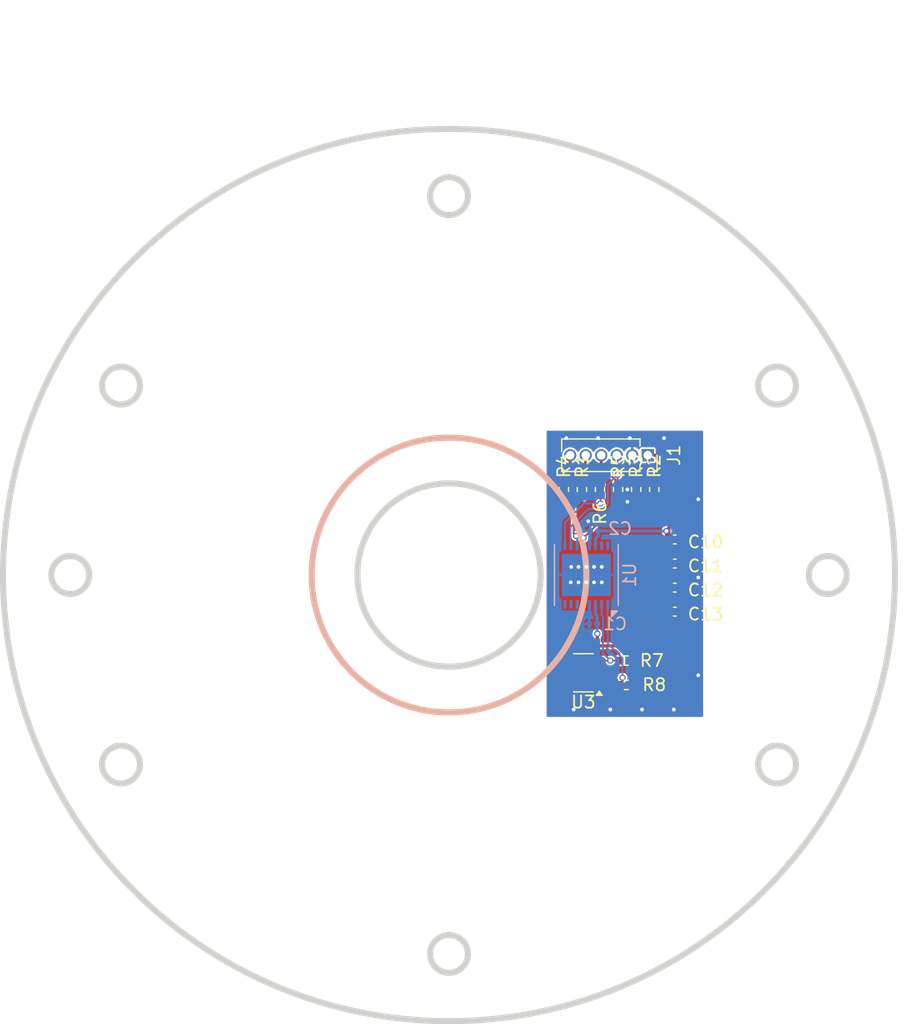
<source format=kicad_pcb>
(kicad_pcb (version 20240108) (generator "pcbnew") (generator_version "8.0")
  (layers (0 "F.Cu" signal) (31 "B.Cu" signal) (34 "B.Paste" user) (35 "F.Paste" user) (36 "B.SilkS" user "B.Silkscreen") (37 "F.SilkS" user "F.Silkscreen") (38 "B.Mask" user) (39 "F.Mask" user) (44 "Edge.Cuts" user))
  (net 0 "")
  (net 1 "+5V")
  (net 2 "GND")
  (net 3 "/SPI_MOSI")
  (net 4 "/SPI_CS")
  (net 5 "/SPI_SCK")
  (net 6 "/SPI_MISO")
  (net 7 "/SPI_MISO_1")
  (net 8 "/SDA")
  (net 9 "/SCL")
  (footprint "Capacitor_SMD:C_0402_1005Metric" (layer "F.Cu") (at 18.48 3)
    (property "Reference" "C13" (at 2.52 0.2 0) (layer "F.SilkS"))
    (property "Value" "4.7uF/10v")
    (fp_line (start -0.107836 -0.36) (end 0.107836 -0.36) (stroke (width 0.12)) (layer "F.SilkS"))
    (fp_line (start -0.107836 0.36) (end 0.107836 0.36) (stroke (width 0.12)) (layer "F.SilkS"))
    (pad "1" smd roundrect (at -0.48 0) (size 0.56 0.62) (layers "F.Cu" "F.Paste" "F.Mask") (net 1 "+5V"))
    (pad "2" smd roundrect (at 0.48 0) (size 0.56 0.62) (layers "F.Cu" "F.Paste" "F.Mask") (net 2 "GND"))
  )
  (footprint "Resistor_SMD:R_0402_1005Metric" (layer "F.Cu") (at 14.51 8.99 180)
    (property "Reference" "R8" (at -2.29 0.01 180) (layer "F.SilkS"))
    (property "Value" "2k")
    (fp_line (start -0.153641 0.38) (end 0.153641 0.38) (stroke (width 0.12)) (layer "F.SilkS"))
    (fp_line (start -0.153641 -0.38) (end 0.153641 -0.38) (stroke (width 0.12)) (layer "F.SilkS"))
    (pad "1" smd roundrect (at -0.51 0 180) (size 0.54 0.64) (layers "F.Cu" "F.Paste" "F.Mask") (net 1 "+5V"))
    (pad "2" smd roundrect (at 0.51 0 180) (size 0.54 0.64) (layers "F.Cu" "F.Paste" "F.Mask") (net 9 "/SCL"))
  )
  (footprint "Resistor_SMD:R_0402_1005Metric" (layer "F.Cu") (at 16.8 -7 -90)
    (property "Reference" "R2" (at -1.91 0 90) (layer "F.SilkS"))
    (property "Value" "10k")
    (fp_line (start -0.153641 0.38) (end 0.153641 0.38) (stroke (width 0.12)) (layer "F.SilkS"))
    (fp_line (start -0.153641 -0.38) (end 0.153641 -0.38) (stroke (width 0.12)) (layer "F.SilkS"))
    (pad "1" smd roundrect (at -0.51 0 270) (size 0.54 0.64) (layers "F.Cu" "F.Paste" "F.Mask") (net 1 "+5V"))
    (pad "2" smd roundrect (at 0.51 0 270) (size 0.54 0.64) (layers "F.Cu" "F.Paste" "F.Mask") (net 4 "/SPI_CS"))
  )
  (footprint "Package_TO_SOT_SMD:SOT-23-5" (layer "F.Cu") (at 11 8 180)
    (property "Reference" "U3" (at 0 -2.4 180) (layer "F.SilkS"))
    (property "Value" "24AA02-OT")
    (fp_line (start 0 1.56) (end 0.8 1.56) (stroke (width 0.12)) (layer "F.SilkS"))
    (fp_line (start 0 1.56) (end -0.8 1.56) (stroke (width 0.12)) (layer "F.SilkS"))
    (fp_line (start 0 -1.56) (end 0.8 -1.56) (stroke (width 0.12)) (layer "F.SilkS"))
    (fp_line (start 0 -1.56) (end -0.8 -1.56) (stroke (width 0.12)) (layer "F.SilkS"))
    (fp_poly (pts (xy -1.3 -1.51) (xy -1.54 -1.84) (xy -1.06 -1.84) (xy -1.3 -1.51)) (stroke (width 0.12)) (fill solid) (layer "F.SilkS"))
    (pad "1" smd roundrect (at -1.1375 -0.95 180) (size 1.325 0.6) (layers "F.Cu" "F.Paste" "F.Mask") (net 9 "/SCL"))
    (pad "2" smd roundrect (at -1.1375 0 180) (size 1.325 0.6) (layers "F.Cu" "F.Paste" "F.Mask") (net 2 "GND"))
    (pad "3" smd roundrect (at -1.1375 0.95 180) (size 1.325 0.6) (layers "F.Cu" "F.Paste" "F.Mask") (net 8 "/SDA"))
    (pad "4" smd roundrect (at 1.1375 0.95 180) (size 1.325 0.6) (layers "F.Cu" "F.Paste" "F.Mask") (net 1 "+5V"))
    (pad "5" smd roundrect (at 1.1375 -0.95 180) (size 1.325 0.6) (layers "F.Cu" "F.Paste" "F.Mask") (net 2 "GND"))
  )
  (footprint "Capacitor_SMD:C_0402_1005Metric" (layer "F.Cu") (at 18.48 -2.91)
    (property "Reference" "C10" (at 2.52 0.2 0) (layer "F.SilkS"))
    (property "Value" "4.7uF/10v")
    (fp_line (start -0.107836 -0.36) (end 0.107836 -0.36) (stroke (width 0.12)) (layer "F.SilkS"))
    (fp_line (start -0.107836 0.36) (end 0.107836 0.36) (stroke (width 0.12)) (layer "F.SilkS"))
    (pad "1" smd roundrect (at -0.48 0) (size 0.56 0.62) (layers "F.Cu" "F.Paste" "F.Mask") (net 1 "+5V"))
    (pad "2" smd roundrect (at 0.48 0) (size 0.56 0.62) (layers "F.Cu" "F.Paste" "F.Mask") (net 2 "GND"))
  )
  (footprint "Resistor_SMD:R_0402_1005Metric" (layer "F.Cu") (at 10.88 -7 -90)
    (property "Reference" "R1" (at -1.91 0 90) (layer "F.SilkS"))
    (property "Value" "5K")
    (fp_line (start -0.153641 0.38) (end 0.153641 0.38) (stroke (width 0.12)) (layer "F.SilkS"))
    (fp_line (start -0.153641 -0.38) (end 0.153641 -0.38) (stroke (width 0.12)) (layer "F.SilkS"))
    (pad "1" smd roundrect (at -0.51 0 270) (size 0.54 0.64) (layers "F.Cu" "F.Paste" "F.Mask") (net 6 "/SPI_MISO"))
    (pad "2" smd roundrect (at 0.51 0 270) (size 0.54 0.64) (layers "F.Cu" "F.Paste" "F.Mask") (net 2 "GND"))
  )
  (footprint "Capacitor_SMD:C_0402_1005Metric" (layer "F.Cu") (at 18.48 1.03)
    (property "Reference" "C12" (at 2.52 0.2 0) (layer "F.SilkS"))
    (property "Value" "4.7uF/10v")
    (fp_line (start -0.107836 -0.36) (end 0.107836 -0.36) (stroke (width 0.12)) (layer "F.SilkS"))
    (fp_line (start -0.107836 0.36) (end 0.107836 0.36) (stroke (width 0.12)) (layer "F.SilkS"))
    (pad "1" smd roundrect (at -0.48 0) (size 0.56 0.62) (layers "F.Cu" "F.Paste" "F.Mask") (net 1 "+5V"))
    (pad "2" smd roundrect (at 0.48 0) (size 0.56 0.62) (layers "F.Cu" "F.Paste" "F.Mask") (net 2 "GND"))
  )
  (footprint "Resistor_SMD:R_0402_1005Metric" (layer "F.Cu") (at 12.36 -7 90)
    (property "Reference" "R6" (at -1.91 0 -90) (layer "F.SilkS"))
    (property "Value" "2.49k")
    (fp_line (start -0.153641 -0.38) (end 0.153641 -0.38) (stroke (width 0.12)) (layer "F.SilkS"))
    (fp_line (start -0.153641 0.38) (end 0.153641 0.38) (stroke (width 0.12)) (layer "F.SilkS"))
    (pad "1" smd roundrect (at -0.51 0 90) (size 0.54 0.64) (layers "F.Cu" "F.Paste" "F.Mask") (net 7 "/SPI_MISO_1"))
    (pad "2" smd roundrect (at 0.51 0 90) (size 0.54 0.64) (layers "F.Cu" "F.Paste" "F.Mask") (net 6 "/SPI_MISO"))
  )
  (footprint "Resistor_SMD:R_0402_1005Metric" (layer "F.Cu") (at 13.84 -7 -90)
    (property "Reference" "R5" (at -1.91 0 90) (layer "F.SilkS"))
    (property "Value" "10k")
    (fp_line (start -0.153641 0.38) (end 0.153641 0.38) (stroke (width 0.12)) (layer "F.SilkS"))
    (fp_line (start -0.153641 -0.38) (end 0.153641 -0.38) (stroke (width 0.12)) (layer "F.SilkS"))
    (pad "1" smd roundrect (at -0.51 0 270) (size 0.54 0.64) (layers "F.Cu" "F.Paste" "F.Mask") (net 3 "/SPI_MOSI"))
    (pad "2" smd roundrect (at 0.51 0 270) (size 0.54 0.64) (layers "F.Cu" "F.Paste" "F.Mask") (net 2 "GND"))
  )
  (footprint "Capacitor_SMD:C_0402_1005Metric" (layer "F.Cu") (at 18.48 -0.94)
    (property "Reference" "C11" (at 2.52 0.2 0) (layer "F.SilkS"))
    (property "Value" "4.7uF/10v")
    (fp_line (start -0.107836 -0.36) (end 0.107836 -0.36) (stroke (width 0.12)) (layer "F.SilkS"))
    (fp_line (start -0.107836 0.36) (end 0.107836 0.36) (stroke (width 0.12)) (layer "F.SilkS"))
    (pad "1" smd roundrect (at -0.48 0) (size 0.56 0.62) (layers "F.Cu" "F.Paste" "F.Mask") (net 1 "+5V"))
    (pad "2" smd roundrect (at 0.48 0) (size 0.56 0.62) (layers "F.Cu" "F.Paste" "F.Mask") (net 2 "GND"))
  )
  (footprint "Resistor_SMD:R_0402_1005Metric" (layer "F.Cu") (at 9.4 -7 -90)
    (property "Reference" "R4" (at -1.91 0 90) (layer "F.SilkS"))
    (property "Value" "10k")
    (fp_line (start -0.153641 0.38) (end 0.153641 0.38) (stroke (width 0.12)) (layer "F.SilkS"))
    (fp_line (start -0.153641 -0.38) (end 0.153641 -0.38) (stroke (width 0.12)) (layer "F.SilkS"))
    (pad "1" smd roundrect (at -0.51 0 270) (size 0.54 0.64) (layers "F.Cu" "F.Paste" "F.Mask") (net 5 "/SPI_SCK"))
    (pad "2" smd roundrect (at 0.51 0 270) (size 0.54 0.64) (layers "F.Cu" "F.Paste" "F.Mask") (net 2 "GND"))
  )
  (footprint "Resistor_SMD:R_0402_1005Metric" (layer "F.Cu") (at 15.32 -7 -90)
    (property "Reference" "R3" (at -1.91 0 90) (layer "F.SilkS"))
    (property "Value" "10k")
    (fp_line (start -0.153641 0.38) (end 0.153641 0.38) (stroke (width 0.12)) (layer "F.SilkS"))
    (fp_line (start -0.153641 -0.38) (end 0.153641 -0.38) (stroke (width 0.12)) (layer "F.SilkS"))
    (pad "1" smd roundrect (at -0.51 0 270) (size 0.54 0.64) (layers "F.Cu" "F.Paste" "F.Mask") (net 4 "/SPI_CS"))
    (pad "2" smd roundrect (at 0.51 0 270) (size 0.54 0.64) (layers "F.Cu" "F.Paste" "F.Mask") (net 2 "GND"))
  )
  (footprint "Resistor_SMD:R_0402_1005Metric" (layer "F.Cu") (at 14.51 7 180)
    (property "Reference" "R7" (at -2.09 0 180) (layer "F.SilkS"))
    (property "Value" "2k")
    (fp_line (start -0.153641 0.38) (end 0.153641 0.38) (stroke (width 0.12)) (layer "F.SilkS"))
    (fp_line (start -0.153641 -0.38) (end 0.153641 -0.38) (stroke (width 0.12)) (layer "F.SilkS"))
    (pad "1" smd roundrect (at -0.51 0 180) (size 0.54 0.64) (layers "F.Cu" "F.Paste" "F.Mask") (net 1 "+5V"))
    (pad "2" smd roundrect (at 0.51 0 180) (size 0.54 0.64) (layers "F.Cu" "F.Paste" "F.Mask") (net 8 "/SDA"))
  )
  (footprint "Connector_PinSocket_1.27mm:PinSocket_1x06_P1.27mm_Vertical" (layer "F.Cu") (at 16.27 -9.8 -90)
    (property "Reference" "J1" (at 0 -2.135 90) (layer "F.SilkS"))
    (property "Value" "Conn_01x06")
    (fp_line (start -1.33 7.045) (end -0.30753 7.045) (stroke (width 0.12)) (layer "F.SilkS"))
    (fp_line (start 0.30753 7.045) (end 1.33 7.045) (stroke (width 0.12)) (layer "F.SilkS"))
    (fp_line (start -1.33 0.635) (end -1.33 7.045) (stroke (width 0.12)) (layer "F.SilkS"))
    (fp_line (start -1.33 0.635) (end -0.76 0.635) (stroke (width 0.12)) (layer "F.SilkS"))
    (fp_line (start 0.76 0.635) (end 1.33 0.635) (stroke (width 0.12)) (layer "F.SilkS"))
    (fp_line (start 1.33 0.635) (end 1.33 7.045) (stroke (width 0.12)) (layer "F.SilkS"))
    (fp_line (start 0 -0.76) (end 1.33 -0.76) (stroke (width 0.12)) (layer "F.SilkS"))
    (fp_line (start 1.33 -0.76) (end 1.33 0) (stroke (width 0.12)) (layer "F.SilkS"))
    (pad "1" thru_hole rect (at 0 0 270) (size 1 1) (drill 0.7) (layers "*.Cu" "*.Mask") (net 1 "+5V"))
    (pad "2" thru_hole oval (at 0 1.27 270) (size 1 1) (drill 0.7) (layers "*.Cu" "*.Mask") (net 2 "GND"))
    (pad "3" thru_hole oval (at 0 2.54 270) (size 1 1) (drill 0.7) (layers "*.Cu" "*.Mask") (net 4 "/SPI_CS"))
    (pad "4" thru_hole oval (at 0 3.81 270) (size 1 1) (drill 0.7) (layers "*.Cu" "*.Mask") (net 3 "/SPI_MOSI"))
    (pad "5" thru_hole oval (at 0 5.08 270) (size 1 1) (drill 0.7) (layers "*.Cu" "*.Mask") (net 6 "/SPI_MISO"))
    (pad "6" thru_hole oval (at 0 6.35 270) (size 1 1) (drill 0.7) (layers "*.Cu" "*.Mask") (net 5 "/SPI_SCK"))
  )
  (footprint "Capacitor_SMD:C_0201_0603Metric" (layer "B.Cu") (at 11.8 4 180)
    (property "Reference" "C1" (at -1.8 0 180) (layer "B.SilkS") (effects (justify mirror)))
    (property "Value" "2.2uF/10v")
    (pad "1" smd roundrect (at -0.32 0 180) (size 0.46 0.4) (layers "B.Cu" "B.Mask") (net 1 "+5V"))
    (pad "2" smd roundrect (at 0.32 0 180) (size 0.46 0.4) (layers "B.Cu" "B.Mask") (net 2 "GND"))
  )
  (footprint "Capacitor_SMD:C_0201_0603Metric" (layer "B.Cu") (at 11.88 -3.6 180)
    (property "Reference" "C2" (at -2.12 0.2 180) (layer "B.SilkS") (effects (justify mirror)))
    (property "Value" "2.2uF/10v")
    (pad "1" smd roundrect (at -0.32 0 180) (size 0.46 0.4) (layers "B.Cu" "B.Mask") (net 1 "+5V"))
    (pad "2" smd roundrect (at 0.32 0 180) (size 0.46 0.4) (layers "B.Cu" "B.Mask") (net 2 "GND"))
  )
  (footprint "Package_DFN_QFN:DFN-16-1EP_5x5mm_P0.5mm_EP3.46x4mm" (layer "B.Cu") (at 11.24 0 90)
    (property "Reference" "U1" (at 0 3.55 -90) (layer "B.SilkS") (effects (justify mirror)))
    (property "Value" "ic_mu150")
    (fp_line (start 2.5 -2.61) (end -2.5 -2.61) (stroke (width 0.12)) (layer "B.SilkS"))
    (fp_line (start 2.5 2.61) (end -2.5 2.61) (stroke (width 0.12)) (layer "B.SilkS"))
    (fp_poly (pts (xy -2.94 2.06) (xy -3.42 2.06) (xy -2.94 2.54) (xy -2.94 2.06)) (stroke (width 0.12)) (fill solid) (layer "B.SilkS"))
    (pad "1" smd rect (at -2.4 1.75 90) (size 0.7 0.25) (layers "B.Cu" "B.Paste" "B.Mask") (net 9 "/SCL"))
    (pad "2" smd rect (at -2.4 1.25 90) (size 0.7 0.25) (layers "B.Cu" "B.Paste" "B.Mask") (net 8 "/SDA"))
    (pad "3" smd rect (at -2.4 0.75 90) (size 0.7 0.25) (layers "B.Cu" "B.Paste" "B.Mask") (net 1 "+5V"))
    (pad "4" smd rect (at -2.4 0.25 90) (size 0.7 0.25) (layers "B.Cu" "B.Paste" "B.Mask") (net 2 "GND"))
    (pad "5" smd rect (at -2.4 -0.25 90) (size 0.7 0.25) (layers "B.Cu" "B.Paste" "B.Mask"))
    (pad "6" smd rect (at -2.4 -0.75 90) (size 0.7 0.25) (layers "B.Cu" "B.Paste" "B.Mask"))
    (pad "7" smd rect (at -2.4 -1.25 90) (size 0.7 0.25) (layers "B.Cu" "B.Paste" "B.Mask"))
    (pad "8" smd rect (at -2.4 -1.75 90) (size 0.7 0.25) (layers "B.Cu" "B.Paste" "B.Mask"))
    (pad "9" smd rect (at 2.4 -1.75 90) (size 0.7 0.25) (layers "B.Cu" "B.Paste" "B.Mask") (net 7 "/SPI_MISO_1"))
    (pad "10" smd rect (at 2.4 -1.25 90) (size 0.7 0.25) (layers "B.Cu" "B.Paste" "B.Mask") (net 3 "/SPI_MOSI"))
    (pad "11" smd rect (at 2.4 -0.75 90) (size 0.7 0.25) (layers "B.Cu" "B.Paste" "B.Mask") (net 5 "/SPI_SCK"))
    (pad "12" smd rect (at 2.4 -0.25 90) (size 0.7 0.25) (layers "B.Cu" "B.Paste" "B.Mask") (net 4 "/SPI_CS"))
    (pad "13" smd rect (at 2.4 0.25 90) (size 0.7 0.25) (layers "B.Cu" "B.Paste" "B.Mask") (net 2 "GND"))
    (pad "14" smd rect (at 2.4 0.75 90) (size 0.7 0.25) (layers "B.Cu" "B.Paste" "B.Mask") (net 1 "+5V"))
    (pad "15" smd rect (at 2.4 1.25 90) (size 0.7 0.25) (layers "B.Cu" "B.Paste" "B.Mask"))
    (pad "16" smd rect (at 2.4 1.75 90) (size 0.7 0.25) (layers "B.Cu" "B.Paste" "B.Mask"))
    (pad "17" smd rect (at 0 0 90) (size 3.46 4) (layers "B.Cu" "B.Mask") (net 2 "GND"))
  )
  (gr_circle (center 0 0) (end 11.24 0) (stroke (width 0.5)) (fill none) (layer "B.SilkS"))
  (gr_circle (center 31 0) (end 32.55 0) (stroke (width 0.5)) (fill none) (layer "Edge.Cuts"))
  (gr_circle (center 0 0) (end 36.5 0) (stroke (width 0.5)) (fill none) (layer "Edge.Cuts"))
  (gr_circle (center 26.846788 -15.5) (end 28.396788 -15.5) (stroke (width 0.5)) (fill none) (layer "Edge.Cuts"))
  (gr_circle (center 26.846788 15.5) (end 28.396788 15.5) (stroke (width 0.5)) (fill none) (layer "Edge.Cuts"))
  (gr_circle (center 0 -31) (end 1.55 -31) (stroke (width 0.5)) (fill none) (layer "Edge.Cuts"))
  (gr_circle (center 0 0) (end 7.5 0) (stroke (width 0.5)) (fill none) (layer "Edge.Cuts"))
  (gr_circle (center -31 0) (end -29.45 0) (stroke (width 0.5)) (fill none) (layer "Edge.Cuts"))
  (gr_circle (center 0 31) (end 1.55 31) (stroke (width 0.5)) (fill none) (layer "Edge.Cuts"))
  (gr_circle (center -26.846787 15.5) (end -25.296787 15.5) (stroke (width 0.5)) (fill none) (layer "Edge.Cuts"))
  (gr_circle (center -26.846787 -15.5) (end -25.296787 -15.5) (stroke (width 0.5)) (fill none) (layer "Edge.Cuts"))
  (segment (start 9.8625 7.05) (end 11.1125 5.8) (width 0.254) (layer "F.Cu") (net 1))
  (segment (start 15.02 7) (end 15.02 8.99) (width 0.254) (layer "F.Cu") (net 1))
  (segment (start 12.2 5.8) (end 13.82 5.8) (width 0.254) (layer "F.Cu") (net 1))
  (segment (start 16.27 -9.8) (end 16.27 -8.93) (width 0.254) (layer "F.Cu") (net 1))
  (segment (start 17.8 -3.11) (end 18 -2.91) (width 0.254) (layer "F.Cu") (net 1))
  (segment (start 15.4 7) (end 15.02 7) (width 0.254) (layer "F.Cu") (net 1))
  (segment (start 18 -9) (end 17.2 -9.8) (width 0.254) (layer "F.Cu") (net 1))
  (segment (start 11.1125 5.8) (end 12.2 5.8) (width 0.254) (layer "F.Cu") (net 1))
  (segment (start 13.82 5.8) (end 15.02 7) (width 0.254) (layer "F.Cu") (net 1))
  (segment (start 17.8 -3.6) (end 17.8 -3.11) (width 0.254) (layer "F.Cu") (net 1))
  (segment (start 18 -2.91) (end 18 -9) (width 0.254) (layer "F.Cu") (net 1))
  (segment (start 17.2 -9.8) (end 16.27 -9.8) (width 0.254) (layer "F.Cu") (net 1))
  (segment (start 12.1428 5.7428) (end 12.2 5.8) (width 0.254) (layer "F.Cu") (net 1))
  (segment (start 18 -2.91) (end 18 4.4) (width 0.254) (layer "F.Cu") (net 1))
  (segment (start 16.8 -8.4) (end 16.8 -7.51) (width 0.1524) (layer "F.Cu") (net 1))
  (segment (start 16.27 -8.93) (end 16.8 -8.4) (width 0.1524) (layer "F.Cu") (net 1))
  (segment (start 18 4.4) (end 15.4 7) (width 0.254) (layer "F.Cu") (net 1))
  (segment (start 12.1428 4.8) (end 12.1428 5.7428) (width 0.254) (layer "F.Cu") (net 1))
  (via (at 17.8 -3.6) (size 0.508) (drill 0.3048) (layers "F.Cu" "B.Cu") (net 1))
  (via (at 12.1428 4.8) (size 0.508) (drill 0.3048) (layers "F.Cu" "B.Cu") (net 1))
  (segment (start 12.12 3.32) (end 11.99 3.19) (width 0.254) (layer "B.Cu") (net 1))
  (segment (start 11.99 -2.99) (end 11.99 -2.4) (width 0.254) (layer "B.Cu") (net 1))
  (segment (start 12.12 4) (end 12.12 4.7772) (width 0.254) (layer "B.Cu") (net 1))
  (segment (start 12.2 -3.6) (end 12.2 -3.2) (width 0.254) (layer "B.Cu") (net 1))
  (segment (start 11.99 3.19) (end 11.99 2.4) (width 0.254) (layer "B.Cu") (net 1))
  (segment (start 12.2 -3.2) (end 11.99 -2.99) (width 0.254) (layer "B.Cu") (net 1))
  (segment (start 12.12 4.7772) (end 12.1428 4.8) (width 0.254) (layer "B.Cu") (net 1))
  (segment (start 12.2 -3.6) (end 17.8 -3.6) (width 0.254) (layer "B.Cu") (net 1))
  (segment (start 12.12 4) (end 12.12 3.32) (width 0.254) (layer "B.Cu") (net 1))
  (via (at 11.87 0.6) (size 0.508) (drill 0.3048) (layers "F.Cu" "B.Cu") (net 2))
  (via (at 20.4 8.2) (size 0.508) (drill 0.3048) (layers "F.Cu" "B.Cu") (net 2))
  (via (at 20.4 0.2) (size 0.508) (drill 0.3048) (layers "F.Cu" "B.Cu") (net 2))
  (via (at 11.235 -0.67) (size 0.508) (drill 0.3048) (layers "F.Cu" "B.Cu") (net 2))
  (via (at 12.505 0.6) (size 0.508) (drill 0.3048) (layers "F.Cu" "B.Cu") (net 2))
  (via (at 12.505 -0.67) (size 0.508) (drill 0.3048) (layers "F.Cu" "B.Cu") (net 2))
  (via (at 11.87 -0.67) (size 0.508) (drill 0.3048) (layers "F.Cu" "B.Cu") (net 2))
  (via (at 15.8 11) (size 0.508) (drill 0.3048) (layers "F.Cu" "B.Cu") (net 2))
  (via (at 10 -0.67) (size 0.508) (drill 0.3048) (layers "F.Cu" "B.Cu") (net 2))
  (via (at 12.2 -11.2) (size 0.508) (drill 0.3048) (layers "F.Cu" "B.Cu") (net 2))
  (via (at 9.6 -11.2) (size 0.508) (drill 0.3048) (layers "F.Cu" "B.Cu") (net 2))
  (via (at 20.4 -6.2) (size 0.508) (drill 0.3048) (layers "F.Cu" "B.Cu") (net 2))
  (via (at 14.6 -6) (size 0.508) (drill 0.3048) (layers "F.Cu" "B.Cu") (net 2))
  (via (at 17.6 -11.2) (size 0.508) (drill 0.3048) (layers "F.Cu" "B.Cu") (net 2))
  (via (at 11.235 0.6) (size 0.508) (drill 0.3048) (layers "F.Cu" "B.Cu") (net 2))
  (via (at 10.6 -0.67) (size 0.508) (drill 0.3048) (layers "F.Cu" "B.Cu") (net 2))
  (via (at 11.4 -4.4) (size 0.508) (drill 0.3048) (layers "F.Cu" "B.Cu") (net 2))
  (via (at 9.965 0.6) (size 0.508) (drill 0.3048) (layers "F.Cu" "B.Cu") (net 2))
  (via (at 13.2 11) (size 0.508) (drill 0.3048) (layers "F.Cu" "B.Cu") (net 2))
  (via (at 18.4 11) (size 0.508) (drill 0.3048) (layers "F.Cu" "B.Cu") (net 2))
  (via (at 14.8 -11.2) (size 0.508) (drill 0.3048) (layers "F.Cu" "B.Cu") (net 2))
  (via (at 14.6 -7) (size 0.508) (drill 0.3048) (layers "F.Cu" "B.Cu") (net 2))
  (via (at 10.2 11) (size 0.508) (drill 0.3048) (layers "F.Cu" "B.Cu") (net 2))
  (via (at 10.6 0.6) (size 0.508) (drill 0.3048) (layers "F.Cu" "B.Cu") (net 2))
  (segment (start 11.521696 -2.431696) (end 11.521696 -3.561696) (width 0.254) (layer "B.Cu") (net 2))
  (segment (start 11.521696 -3.561696) (end 11.56 -3.6) (width 0.254) (layer "B.Cu") (net 2))
  (segment (start 11.49 -2.4) (end 11.521696 -2.431696) (width 0.254) (layer "B.Cu") (net 2))
  (segment (start 12.46 -8.94) (end 13.84 -7.56) (width 0.1524) (layer "F.Cu") (net 3))
  (segment (start 13.8 -8.2) (end 13.8 -7.55) (width 0.1524) (layer "F.Cu") (net 3))
  (segment (start 12.46 -9.8) (end 12.46 -8.94) (width 0.254) (layer "F.Cu") (net 3))
  (segment (start 13.8 -7.55) (end 13.84 -7.51) (width 0.1524) (layer "F.Cu") (net 3))
  (segment (start 13.84 -7.56) (end 13.84 -7.51) (width 0.1524) (layer "F.Cu") (net 3))
  (via (at 13.8 -8.2) (size 0.508) (drill 0.3048) (layers "F.Cu" "B.Cu") (net 3))
  (segment (start 12.6 -5.4) (end 11.4 -5.4) (width 0.1524) (layer "B.Cu") (net 3))
  (segment (start 13.8 -8.2) (end 13 -7.4) (width 0.1524) (layer "B.Cu") (net 3))
  (segment (start 13 -5.8) (end 12.6 -5.4) (width 0.1524) (layer "B.Cu") (net 3))
  (segment (start 9.9428 -2.4472) (end 9.99 -2.4) (width 0.1524) (layer "B.Cu") (net 3))
  (segment (start 13 -7.4) (end 13 -5.8) (width 0.1524) (layer "B.Cu") (net 3))
  (segment (start 9.9428 -3.9428) (end 9.9428 -2.4472) (width 0.1524) (layer "B.Cu") (net 3))
  (segment (start 11.4 -5.4) (end 9.9428 -3.9428) (width 0.1524) (layer "B.Cu") (net 3))
  (segment (start 13.376265 -5.4) (end 16.4 -5.4) (width 0.1524) (layer "F.Cu") (net 4))
  (segment (start 15.32 -8.21) (end 14.865 -8.665) (width 0.1524) (layer "F.Cu") (net 4))
  (segment (start 14.135 -8.665) (end 14.865 -8.665) (width 0.254) (layer "F.Cu") (net 4))
  (segment (start 15.32 -7.51) (end 15.32 -8.21) (width 0.1524) (layer "F.Cu") (net 4))
  (segment (start 16.4 -5.4) (end 16.8 -5.8) (width 0.1524) (layer "F.Cu") (net 4))
  (segment (start 15.78 -7.51) (end 16.8 -6.49) (width 0.1524) (layer "F.Cu") (net 4))
  (segment (start 16.8 -5.8) (end 16.8 -6.49) (width 0.1524) (layer "F.Cu") (net 4))
  (segment (start 13.73 -9.8) (end 13.73 -9.07) (width 0.254) (layer "F.Cu") (net 4))
  (segment (start 13.73 -9.07) (end 14.135 -8.665) (width 0.254) (layer "F.Cu") (net 4))
  (segment (start 11.013696 -3.037431) (end 13.376265 -5.4) (width 0.1524) (layer "F.Cu") (net 4))
  (segment (start 15.32 -7.51) (end 15.78 -7.51) (width 0.1524) (layer "F.Cu") (net 4))
  (via (at 11.013696 -3.037431) (size 0.508) (drill 0.3048) (layers "F.Cu" "B.Cu") (net 4))
  (segment (start 10.99 -2.4) (end 10.99 -3.013735) (width 0.1524) (layer "B.Cu") (net 4))
  (segment (start 10.99 -3.013735) (end 11.013696 -3.037431) (width 0.1524) (layer "B.Cu") (net 4))
  (segment (start 9.92 -8.32) (end 9.4 -7.8) (width 0.1524) (layer "F.Cu") (net 5))
  (segment (start 10.2 -6.71) (end 10.2 -3.4) (width 0.1524) (layer "F.Cu") (net 5))
  (segment (start 9.4 -7.51) (end 9.4 -7.8) (width 0.1524) (layer "F.Cu") (net 5))
  (segment (start 9.92 -9.8) (end 9.92 -9) (width 0.254) (layer "F.Cu") (net 5))
  (segment (start 9.4 -7.51) (end 10.2 -6.71) (width 0.1524) (layer "F.Cu") (net 5))
  (segment (start 10.2 -3.4) (end 10.4 -3.2) (width 0.1524) (layer "F.Cu") (net 5))
  (segment (start 9.92 -9) (end 9.92 -8.32) (width 0.1524) (layer "F.Cu") (net 5))
  (via (at 10.4 -3.2) (size 0.508) (drill 0.3048) (layers "F.Cu" "B.Cu") (net 5))
  (segment (start 10.49 -2.4) (end 10.49 -3.11) (width 0.1524) (layer "B.Cu") (net 5))
  (segment (start 10.49 -3.11) (end 10.4 -3.2) (width 0.1524) (layer "B.Cu") (net 5))
  (segment (start 11.19 -9.8) (end 11.19 -9) (width 0.254) (layer "F.Cu") (net 6))
  (segment (start 11.19 -7.82) (end 10.88 -7.51) (width 0.1524) (layer "F.Cu") (net 6))
  (segment (start 12.36 -7.51) (end 10.88 -7.51) (width 0.1524) (layer "F.Cu") (net 6))
  (segment (start 11.19 -9) (end 11.19 -7.82) (width 0.1524) (layer "F.Cu") (net 6))
  (segment (start 12.4 -6.45) (end 12.36 -6.49) (width 0.1524) (layer "F.Cu") (net 7))
  (segment (start 12.4 -5.8572) (end 12.4 -6.45) (width 0.1524) (layer "F.Cu") (net 7))
  (via (at 12.4 -5.8572) (size 0.508) (drill 0.3048) (layers "F.Cu" "B.Cu") (net 7))
  (segment (start 11.0572 -5.8572) (end 12.4 -5.8572) (width 0.1524) (layer "B.Cu") (net 7))
  (segment (start 9.49 -2.4) (end 9.49 -4.29) (width 0.1524) (layer "B.Cu") (net 7))
  (segment (start 9.49 -4.29) (end 9.8 -4.6) (width 0.1524) (layer "B.Cu") (net 7))
  (segment (start 9.8 -4.6) (end 11.0572 -5.8572) (width 0.1524) (layer "B.Cu") (net 7))
  (segment (start 13.2 7) (end 12.1875 7) (width 0.1524) (layer "F.Cu") (net 8))
  (segment (start 13.2 7) (end 14 7) (width 0.1524) (layer "F.Cu") (net 8))
  (segment (start 12.1875 7) (end 12.1375 7.05) (width 0.1524) (layer "F.Cu") (net 8))
  (via (at 13.2 7) (size 0.508) (drill 0.3048) (layers "F.Cu" "B.Cu") (net 8))
  (segment (start 12.6 3.4) (end 12.6 6.4) (width 0.1524) (layer "B.Cu") (net 8))
  (segment (start 12.49 3.29) (end 12.6 3.4) (width 0.1524) (layer "B.Cu") (net 8))
  (segment (start 12.49 2.4) (end 12.49 3.29) (width 0.1524) (layer "B.Cu") (net 8))
  (segment (start 12.6 6.4) (end 13.2 7) (width 0.1524) (layer "B.Cu") (net 8))
  (segment (start 14.2 8.4) (end 14.2 8.79) (width 0.1524) (layer "F.Cu") (net 9))
  (segment (start 12.1375 8.95) (end 13.96 8.95) (width 0.1524) (layer "F.Cu") (net 9))
  (segment (start 14.2 8.79) (end 14 8.99) (width 0.1524) (layer "F.Cu") (net 9))
  (segment (start 13.96 8.95) (end 14 8.99) (width 0.1524) (layer "F.Cu") (net 9))
  (via (at 14.2 8.4) (size 0.508) (drill 0.3048) (layers "F.Cu" "B.Cu") (net 9))
  (segment (start 14.2 7) (end 14.2 8.4) (width 0.1524) (layer "B.Cu") (net 9))
  (segment (start 14.2 6.8) (end 14.2 7) (width 0.1524) (layer "B.Cu") (net 9))
  (segment (start 12.99 5.59) (end 14.2 6.8) (width 0.1524) (layer "B.Cu") (net 9))
  (segment (start 12.99 2.4) (end 12.99 5.59) (width 0.1524) (layer "B.Cu") (net 9))
  (zone (net 2) (net_name "GND") (layer "F.Cu") (connect_pads (clearance 0.1524)) (min_thickness 0.1524) (fill yes (thermal_gap 0.2032) (thermal_bridge_width 0.2032))
    (polygon (pts (xy 20.8 -11.8) (xy 20.8 11.6) (xy 8 11.6) (xy 8 -11.8)))
  )
  (zone (net 2) (net_name "GND") (layer "B.Cu") (connect_pads (clearance 0.1524)) (min_thickness 0.1524) (fill yes (thermal_gap 0.2032) (thermal_bridge_width 0.2032))
    (polygon (pts (xy 20.8 -11.8) (xy 20.8 11.6) (xy 8 11.6) (xy 8 -11.8)))
  )
)
</source>
